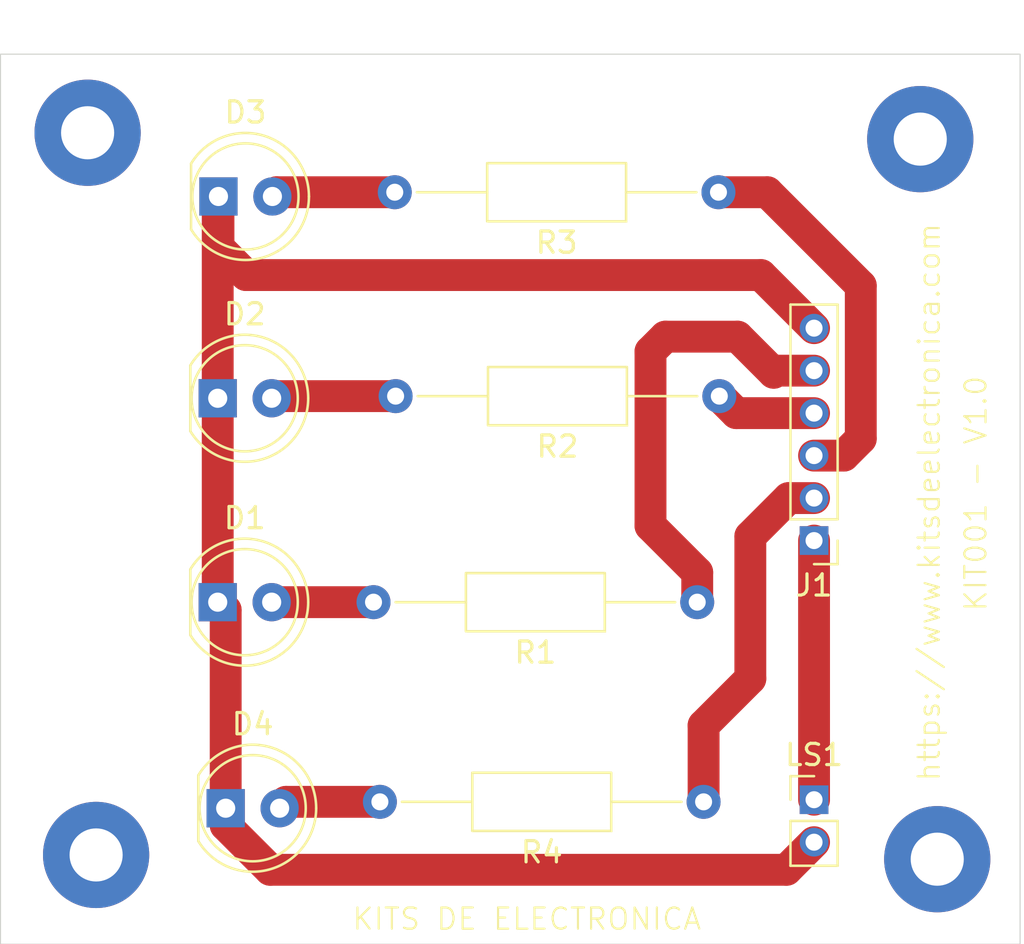
<source format=kicad_pcb>
(kicad_pcb (version 20241229) (generator "pcbnew") (generator_version "9.0")
  (layers (0 "F.Cu" signal) (2 "B.Cu" signal) (13 "F.Paste" user) (15 "B.Paste" user) (5 "F.SilkS" user "F.Silkscreen") (7 "B.SilkS" user "B.Silkscreen") (1 "F.Mask" user) (3 "B.Mask" user) (25 "Edge.Cuts" user))
  (net 0 "")
  (net 1 "GND")
  (net 2 "Net-(D1-A)")
  (net 3 "Net-(D2-A)")
  (net 4 "Net-(D3-A)")
  (net 5 "Net-(D4-A)")
  (net 6 "Net-(J1-Pin_2)")
  (net 7 "Net-(J1-Pin_1)")
  (net 8 "Net-(J1-Pin_5)")
  (net 9 "Net-(J1-Pin_3)")
  (net 10 "Net-(J1-Pin_4)")
  (footprint "Resistor_THT:R_Axial_DIN0207_L6.3mm_D2.5mm_P15.24mm_Horizontal" (layer "F.Cu") (at 169.44 59.5 180)
    (property "Reference" "R2" (at 7.62 -2.37 0) (layer "F.SilkS"))
    (property "Value" "220")
    (fp_line (start 14.2 0) (end 10.89 0) (stroke (width 0.12)) (layer "F.SilkS"))
    (fp_line (start 1.04 0) (end 4.35 0) (stroke (width 0.12)) (layer "F.SilkS"))
    (fp_rect (start 4.35 -1.37) (end 10.89 1.37) (stroke (width 0.12)) (fill no) (layer "F.SilkS"))
    (pad "1" thru_hole circle (at 0 0 180) (size 1.6 1.6) (drill 0.8) (layers "*.Cu" "*.Mask") (net 10 "Net-(J1-Pin_4)"))
    (pad "2" thru_hole circle (at 15.24 0 180) (size 1.6 1.6) (drill 0.8) (layers "*.Cu" "*.Mask") (net 3 "Net-(D2-A)"))
  )
  (footprint "Resistor_THT:R_Axial_DIN0207_L6.3mm_D2.5mm_P15.24mm_Horizontal" (layer "F.Cu") (at 168.7 78.6 180)
    (property "Reference" "R4" (at 7.62 -2.37 0) (layer "F.SilkS"))
    (property "Value" "220")
    (fp_line (start 14.2 0) (end 10.89 0) (stroke (width 0.12)) (layer "F.SilkS"))
    (fp_line (start 1.04 0) (end 4.35 0) (stroke (width 0.12)) (layer "F.SilkS"))
    (fp_rect (start 4.35 -1.37) (end 10.89 1.37) (stroke (width 0.12)) (fill no) (layer "F.SilkS"))
    (pad "1" thru_hole circle (at 0 0 180) (size 1.6 1.6) (drill 0.8) (layers "*.Cu" "*.Mask") (net 6 "Net-(J1-Pin_2)"))
    (pad "2" thru_hole circle (at 15.24 0 180) (size 1.6 1.6) (drill 0.8) (layers "*.Cu" "*.Mask") (net 5 "Net-(D4-A)"))
  )
  (footprint "missimbolos:pad" (layer "F.Cu") (at 139.7 41.1)
    (property "Reference" "PadPlaca1" (hide yes))
    (property "Value" "~")
    (pad "1" thru_hole circle (at 0 6) (size 5 5) (drill 2.5) (layers "*.Cu" "*.Mask"))
  )
  (footprint "LED_THT:LED_D5.0mm" (layer "F.Cu") (at 146.2 78.9)
    (property "Reference" "D4" (at 1.27 -3.96 0) (layer "F.SilkS"))
    (property "Value" "LED PEATONES")
    (fp_line (start -1.29 -1.545) (end -1.29 1.545) (stroke (width 0.12)) (layer "F.SilkS"))
    (fp_arc (start -1.29 -1.54483) (mid 2.071779 -2.880495) (end 4.26 0) (stroke (width 0.12)) (layer "F.SilkS"))
    (fp_arc (start 4.26 0) (mid 2.071779 2.880495) (end -1.29 1.54483) (stroke (width 0.12)) (layer "F.SilkS"))
    (fp_circle (center 1.27 0) (end 3.77 0) (stroke (width 0.12)) (fill no) (layer "F.SilkS"))
    (pad "1" thru_hole rect (at 0 0) (size 1.8 1.8) (drill 0.9) (layers "*.Cu" "*.Mask") (net 1 "GND"))
    (pad "2" thru_hole circle (at 2.54 0) (size 1.8 1.8) (drill 0.9) (layers "*.Cu" "*.Mask") (net 5 "Net-(D4-A)"))
  )
  (footprint "Connector_PinHeader_2.00mm:PinHeader_1x02_P2.00mm_Vertical" (layer "F.Cu") (at 173.9 78.5)
    (property "Reference" "LS1" (at 0 -2.11 0) (layer "F.SilkS"))
    (property "Value" "ZUMBADOR PEATONES")
    (fp_line (start -1.11 -1.11) (end 0 -1.11) (stroke (width 0.12)) (layer "F.SilkS"))
    (fp_line (start -1.11 0) (end -1.11 -1.11) (stroke (width 0.12)) (layer "F.SilkS"))
    (fp_line (start -1.11 1) (end -1.11 3.11) (stroke (width 0.12)) (layer "F.SilkS"))
    (fp_line (start -1.11 1) (end 1.11 1) (stroke (width 0.12)) (layer "F.SilkS"))
    (fp_line (start -1.11 3.11) (end 1.11 3.11) (stroke (width 0.12)) (layer "F.SilkS"))
    (fp_line (start 1.11 1) (end 1.11 3.11) (stroke (width 0.12)) (layer "F.SilkS"))
    (pad "1" thru_hole rect (at 0 0) (size 1.35 1.35) (drill 0.8) (layers "*.Cu" "*.Mask") (net 7 "Net-(J1-Pin_1)"))
    (pad "2" thru_hole circle (at 0 2) (size 1.35 1.35) (drill 0.8) (layers "*.Cu" "*.Mask") (net 1 "GND"))
  )
  (footprint "LED_THT:LED_D5.0mm" (layer "F.Cu") (at 145.825 69.2)
    (property "Reference" "D1" (at 1.27 -3.96 0) (layer "F.SilkS"))
    (property "Value" "LED ROJO")
    (fp_line (start -1.29 -1.545) (end -1.29 1.545) (stroke (width 0.12)) (layer "F.SilkS"))
    (fp_arc (start -1.29 -1.54483) (mid 2.071779 -2.880495) (end 4.26 0) (stroke (width 0.12)) (layer "F.SilkS"))
    (fp_arc (start 4.26 0) (mid 2.071779 2.880495) (end -1.29 1.54483) (stroke (width 0.12)) (layer "F.SilkS"))
    (fp_circle (center 1.27 0) (end 3.77 0) (stroke (width 0.12)) (fill no) (layer "F.SilkS"))
    (pad "1" thru_hole rect (at 0 0) (size 1.8 1.8) (drill 0.9) (layers "*.Cu" "*.Mask") (net 1 "GND"))
    (pad "2" thru_hole circle (at 2.54 0) (size 1.8 1.8) (drill 0.9) (layers "*.Cu" "*.Mask") (net 2 "Net-(D1-A)"))
  )
  (footprint "Resistor_THT:R_Axial_DIN0207_L6.3mm_D2.5mm_P15.24mm_Horizontal" (layer "F.Cu") (at 169.4 49.9 180)
    (property "Reference" "R3" (at 7.62 -2.37 0) (layer "F.SilkS"))
    (property "Value" "220")
    (fp_line (start 14.2 0) (end 10.89 0) (stroke (width 0.12)) (layer "F.SilkS"))
    (fp_line (start 1.04 0) (end 4.35 0) (stroke (width 0.12)) (layer "F.SilkS"))
    (fp_rect (start 4.35 -1.37) (end 10.89 1.37) (stroke (width 0.12)) (fill no) (layer "F.SilkS"))
    (pad "1" thru_hole circle (at 0 0 180) (size 1.6 1.6) (drill 0.8) (layers "*.Cu" "*.Mask") (net 9 "Net-(J1-Pin_3)"))
    (pad "2" thru_hole circle (at 15.24 0 180) (size 1.6 1.6) (drill 0.8) (layers "*.Cu" "*.Mask") (net 4 "Net-(D3-A)"))
  )
  (footprint "Connector_PinHeader_2.00mm:PinHeader_1x06_P2.00mm_Vertical" (layer "F.Cu") (at 173.9 66.3 180)
    (property "Reference" "J1" (at 0 -2.11 0) (layer "F.SilkS"))
    (property "Value" "Conn_01x06_Pin")
    (fp_line (start 1.11 1) (end 1.11 11.11) (stroke (width 0.12)) (layer "F.SilkS"))
    (fp_line (start -1.11 11.11) (end 1.11 11.11) (stroke (width 0.12)) (layer "F.SilkS"))
    (fp_line (start -1.11 1) (end 1.11 1) (stroke (width 0.12)) (layer "F.SilkS"))
    (fp_line (start -1.11 1) (end -1.11 11.11) (stroke (width 0.12)) (layer "F.SilkS"))
    (fp_line (start -1.11 0) (end -1.11 -1.11) (stroke (width 0.12)) (layer "F.SilkS"))
    (fp_line (start -1.11 -1.11) (end 0 -1.11) (stroke (width 0.12)) (layer "F.SilkS"))
    (pad "1" thru_hole rect (at 0 0 180) (size 1.35 1.35) (drill 0.8) (layers "*.Cu" "*.Mask") (net 7 "Net-(J1-Pin_1)"))
    (pad "2" thru_hole circle (at 0 2 180) (size 1.35 1.35) (drill 0.8) (layers "*.Cu" "*.Mask") (net 6 "Net-(J1-Pin_2)"))
    (pad "3" thru_hole circle (at 0 4 180) (size 1.35 1.35) (drill 0.8) (layers "*.Cu" "*.Mask") (net 9 "Net-(J1-Pin_3)"))
    (pad "4" thru_hole circle (at 0 6 180) (size 1.35 1.35) (drill 0.8) (layers "*.Cu" "*.Mask") (net 10 "Net-(J1-Pin_4)"))
    (pad "5" thru_hole circle (at 0 8 180) (size 1.35 1.35) (drill 0.8) (layers "*.Cu" "*.Mask") (net 8 "Net-(J1-Pin_5)"))
    (pad "6" thru_hole circle (at 0 10 180) (size 1.35 1.35) (drill 0.8) (layers "*.Cu" "*.Mask") (net 1 "GND"))
  )
  (footprint "LED_THT:LED_D5.0mm" (layer "F.Cu") (at 145.825 59.6)
    (property "Reference" "D2" (at 1.27 -3.96 0) (layer "F.SilkS"))
    (property "Value" "LED NARANJA")
    (fp_line (start -1.29 -1.545) (end -1.29 1.545) (stroke (width 0.12)) (layer "F.SilkS"))
    (fp_arc (start -1.29 -1.54483) (mid 2.071779 -2.880495) (end 4.26 0) (stroke (width 0.12)) (layer "F.SilkS"))
    (fp_arc (start 4.26 0) (mid 2.071779 2.880495) (end -1.29 1.54483) (stroke (width 0.12)) (layer "F.SilkS"))
    (fp_circle (center 1.27 0) (end 3.77 0) (stroke (width 0.12)) (fill no) (layer "F.SilkS"))
    (pad "1" thru_hole rect (at 0 0) (size 1.8 1.8) (drill 0.9) (layers "*.Cu" "*.Mask") (net 1 "GND"))
    (pad "2" thru_hole circle (at 2.54 0) (size 1.8 1.8) (drill 0.9) (layers "*.Cu" "*.Mask") (net 3 "Net-(D2-A)"))
  )
  (footprint "missimbolos:pad" (layer "F.Cu") (at 179.7 75.3)
    (property "Reference" "PadPlaca3" (hide yes))
    (property "Value" "~")
    (pad "1" thru_hole circle (at 0 6) (size 5 5) (drill 2.5) (layers "*.Cu" "*.Mask"))
  )
  (footprint "LED_THT:LED_D5.0mm" (layer "F.Cu") (at 145.86 50.1)
    (property "Reference" "D3" (at 1.27 -3.96 0) (layer "F.SilkS"))
    (property "Value" "LED VERDE")
    (fp_line (start -1.29 -1.545) (end -1.29 1.545) (stroke (width 0.12)) (layer "F.SilkS"))
    (fp_arc (start -1.29 -1.54483) (mid 2.071779 -2.880495) (end 4.26 0) (stroke (width 0.12)) (layer "F.SilkS"))
    (fp_arc (start 4.26 0) (mid 2.071779 2.880495) (end -1.29 1.54483) (stroke (width 0.12)) (layer "F.SilkS"))
    (fp_circle (center 1.27 0) (end 3.77 0) (stroke (width 0.12)) (fill no) (layer "F.SilkS"))
    (pad "1" thru_hole rect (at 0 0) (size 1.8 1.8) (drill 0.9) (layers "*.Cu" "*.Mask") (net 1 "GND"))
    (pad "2" thru_hole circle (at 2.54 0) (size 1.8 1.8) (drill 0.9) (layers "*.Cu" "*.Mask") (net 4 "Net-(D3-A)"))
  )
  (footprint "missimbolos:pad" (layer "F.Cu") (at 140.1 75.1)
    (property "Reference" "PadPlaca4" (hide yes))
    (property "Value" "~")
    (pad "1" thru_hole circle (at 0 6) (size 5 5) (drill 2.5) (layers "*.Cu" "*.Mask"))
  )
  (footprint "missimbolos:pad" (layer "F.Cu") (at 178.9 41.4)
    (property "Reference" "PadPlaca2" (hide yes))
    (property "Value" "~")
    (pad "1" thru_hole circle (at 0 6) (size 5 5) (drill 2.5) (layers "*.Cu" "*.Mask"))
  )
  (footprint "Resistor_THT:R_Axial_DIN0207_L6.3mm_D2.5mm_P15.24mm_Horizontal" (layer "F.Cu") (at 168.4 69.2 180)
    (property "Reference" "R1" (at 7.62 -2.37 0) (layer "F.SilkS"))
    (property "Value" "220")
    (fp_line (start 14.2 0) (end 10.89 0) (stroke (width 0.12)) (layer "F.SilkS"))
    (fp_line (start 1.04 0) (end 4.35 0) (stroke (width 0.12)) (layer "F.SilkS"))
    (fp_rect (start 4.35 -1.37) (end 10.89 1.37) (stroke (width 0.12)) (fill no) (layer "F.SilkS"))
    (pad "1" thru_hole circle (at 0 0 180) (size 1.6 1.6) (drill 0.8) (layers "*.Cu" "*.Mask") (net 8 "Net-(J1-Pin_5)"))
    (pad "2" thru_hole circle (at 15.24 0 180) (size 1.6 1.6) (drill 0.8) (layers "*.Cu" "*.Mask") (net 2 "Net-(D1-A)"))
  )
  (gr_rect (start 135.6 43.4) (end 183.6 85.3) (stroke (width 0.05)) (fill no) (layer "Edge.Cuts"))
  (gr_text "KITS DE ELECTRONICA" (at 152.1 84.7 0) (layer "F.SilkS") (effects (font (size 1 1) (thickness 0.1)) (justify left bottom)))
  (gr_text "KIT001 - V1.0" (at 182.1 69.7 90) (layer "F.SilkS") (effects (font (size 1 1) (thickness 0.1)) (justify left bottom)))
  (gr_text "https://www.kitsdeelectronica.com" (at 179.9 77.7 90) (layer "F.SilkS") (effects (font (size 1 1) (thickness 0.1)) (justify left bottom)))
  (segment (start 146.2 79.7) (end 146.2 78.9) (width 1.5) (layer "F.Cu") (net 1))
  (segment (start 147.16 53.8) (end 171.4 53.8) (width 1.5) (layer "F.Cu") (net 1))
  (segment (start 146.2 69.575) (end 145.825 69.2) (width 1.5) (layer "F.Cu") (net 1))
  (segment (start 171.4 53.8) (end 173.9 56.3) (width 1.5) (layer "F.Cu") (net 1))
  (segment (start 173.9 80.5) (end 172.6 81.8) (width 1.5) (layer "F.Cu") (net 1))
  (segment (start 145.86 50.1) (end 145.86 52.5) (width 1.5) (layer "F.Cu") (net 1))
  (segment (start 145.825 69.2) (end 145.825 59.6) (width 1.5) (layer "F.Cu") (net 1))
  (segment (start 148.3 81.8) (end 146.2 79.7) (width 1.5) (layer "F.Cu") (net 1))
  (segment (start 145.86 52.5) (end 147.16 53.8) (width 1.5) (layer "F.Cu") (net 1))
  (segment (start 145.825 59.6) (end 145.825 50.135) (width 1.5) (layer "F.Cu") (net 1))
  (segment (start 172.6 81.8) (end 148.3 81.8) (width 1.5) (layer "F.Cu") (net 1))
  (segment (start 146.2 78.9) (end 146.2 69.575) (width 1.5) (layer "F.Cu") (net 1))
  (segment (start 145.825 50.135) (end 145.86 50.1) (width 1.5) (layer "F.Cu") (net 1))
  (segment (start 153.16 69.2) (end 148.365 69.2) (width 1.5) (layer "F.Cu") (net 2))
  (segment (start 154.2 59.5) (end 148.465 59.5) (width 1.5) (layer "F.Cu") (net 3))
  (segment (start 148.465 59.5) (end 148.365 59.6) (width 1.5) (layer "F.Cu") (net 3))
  (segment (start 154.16 49.9) (end 148.6 49.9) (width 1.5) (layer "F.Cu") (net 4))
  (segment (start 148.6 49.9) (end 148.4 50.1) (width 1.5) (layer "F.Cu") (net 4))
  (segment (start 153.46 78.6) (end 149.04 78.6) (width 1.5) (layer "F.Cu") (net 5))
  (segment (start 149.04 78.6) (end 148.74 78.9) (width 1.5) (layer "F.Cu") (net 5))
  (segment (start 168.7 75) (end 170.9 72.8) (width 1.5) (layer "F.Cu") (net 6))
  (segment (start 170.9 72.8) (end 170.9 66.1) (width 1.5) (layer "F.Cu") (net 6))
  (segment (start 168.7 78.6) (end 168.7 75) (width 1.5) (layer "F.Cu") (net 6))
  (segment (start 170.9 66.1) (end 172.7 64.3) (width 1.5) (layer "F.Cu") (net 6))
  (segment (start 172.7 64.3) (end 173.9 64.3) (width 1.5) (layer "F.Cu") (net 6))
  (segment (start 173.9 66.3) (end 173.9 78.5) (width 1.5) (layer "F.Cu") (net 7))
  (segment (start 172 58.4) (end 172.1 58.3) (width 1.5) (layer "F.Cu") (net 8))
  (segment (start 166.9 56.7) (end 170.3 56.7) (width 1.5) (layer "F.Cu") (net 8))
  (segment (start 168.4 67.8) (end 166.2 65.6) (width 1.5) (layer "F.Cu") (net 8))
  (segment (start 172.1 58.3) (end 173.9 58.3) (width 1.5) (layer "F.Cu") (net 8))
  (segment (start 166.2 65.6) (end 166.2 57.4) (width 1.5) (layer "F.Cu") (net 8))
  (segment (start 170.3 56.7) (end 172 58.4) (width 1.5) (layer "F.Cu") (net 8))
  (segment (start 168.4 69.2) (end 168.4 67.8) (width 1.5) (layer "F.Cu") (net 8))
  (segment (start 166.2 57.4) (end 166.9 56.7) (width 1.5) (layer "F.Cu") (net 8))
  (segment (start 176.1 61.5) (end 176.1 54.3) (width 1.5) (layer "F.Cu") (net 9))
  (segment (start 176.1 54.3) (end 171.7 49.9) (width 1.5) (layer "F.Cu") (net 9))
  (segment (start 173.9 62.3) (end 175.3 62.3) (width 1.5) (layer "F.Cu") (net 9))
  (segment (start 175.3 62.3) (end 176.1 61.5) (width 1.5) (layer "F.Cu") (net 9))
  (segment (start 171.7 49.9) (end 169.4 49.9) (width 1.5) (layer "F.Cu") (net 9))
  (segment (start 170.24 60.3) (end 169.44 59.5) (width 1.5) (layer "F.Cu") (net 10))
  (segment (start 173.9 60.3) (end 170.24 60.3) (width 1.5) (layer "F.Cu") (net 10))
)
</source>
